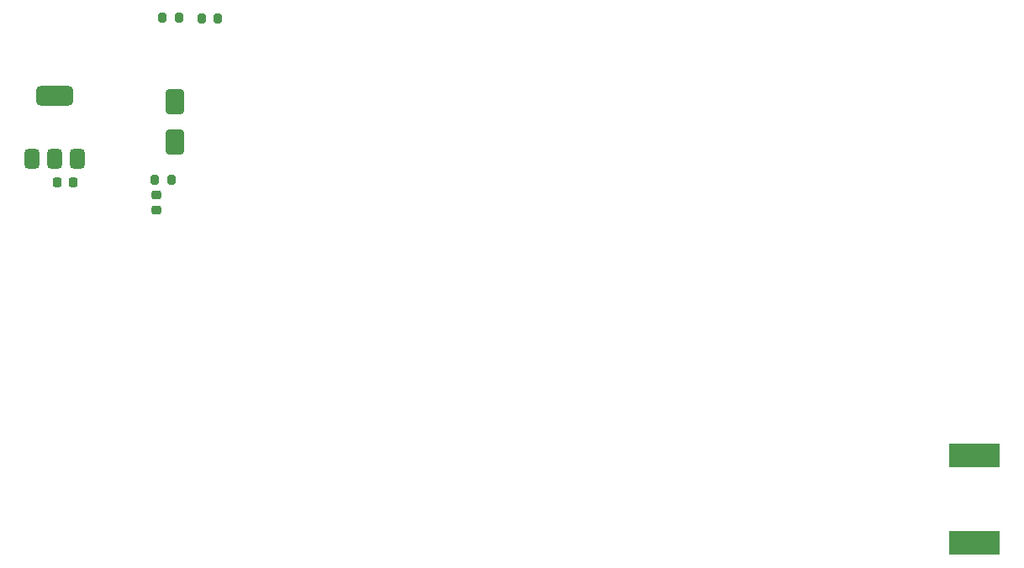
<source format=gbr>
%TF.GenerationSoftware,KiCad,Pcbnew,8.0.1*%
%TF.CreationDate,2024-11-10T18:35:02+01:00*%
%TF.ProjectId,Weather,57656174-6865-4722-9e6b-696361645f70,1.0*%
%TF.SameCoordinates,Original*%
%TF.FileFunction,Paste,Bot*%
%TF.FilePolarity,Positive*%
%FSLAX46Y46*%
G04 Gerber Fmt 4.6, Leading zero omitted, Abs format (unit mm)*
G04 Created by KiCad (PCBNEW 8.0.1) date 2024-11-10 18:35:02*
%MOMM*%
%LPD*%
G01*
G04 APERTURE LIST*
G04 Aperture macros list*
%AMRoundRect*
0 Rectangle with rounded corners*
0 $1 Rounding radius*
0 $2 $3 $4 $5 $6 $7 $8 $9 X,Y pos of 4 corners*
0 Add a 4 corners polygon primitive as box body*
4,1,4,$2,$3,$4,$5,$6,$7,$8,$9,$2,$3,0*
0 Add four circle primitives for the rounded corners*
1,1,$1+$1,$2,$3*
1,1,$1+$1,$4,$5*
1,1,$1+$1,$6,$7*
1,1,$1+$1,$8,$9*
0 Add four rect primitives between the rounded corners*
20,1,$1+$1,$2,$3,$4,$5,0*
20,1,$1+$1,$4,$5,$6,$7,0*
20,1,$1+$1,$6,$7,$8,$9,0*
20,1,$1+$1,$8,$9,$2,$3,0*%
G04 Aperture macros list end*
%ADD10R,5.080000X2.420000*%
%ADD11RoundRect,0.200000X-0.200000X-0.275000X0.200000X-0.275000X0.200000X0.275000X-0.200000X0.275000X0*%
%ADD12RoundRect,0.200000X0.200000X0.275000X-0.200000X0.275000X-0.200000X-0.275000X0.200000X-0.275000X0*%
%ADD13RoundRect,0.250000X-0.650000X1.000000X-0.650000X-1.000000X0.650000X-1.000000X0.650000X1.000000X0*%
%ADD14RoundRect,0.225000X0.225000X0.250000X-0.225000X0.250000X-0.225000X-0.250000X0.225000X-0.250000X0*%
%ADD15RoundRect,0.225000X-0.250000X0.225000X-0.250000X-0.225000X0.250000X-0.225000X0.250000X0.225000X0*%
%ADD16RoundRect,0.375000X0.375000X-0.625000X0.375000X0.625000X-0.375000X0.625000X-0.375000X-0.625000X0*%
%ADD17RoundRect,0.500000X1.400000X-0.500000X1.400000X0.500000X-1.400000X0.500000X-1.400000X-0.500000X0*%
G04 APERTURE END LIST*
D10*
%TO.C,J27*%
X143148400Y-118680000D03*
X143148400Y-109920000D03*
%TD*%
D11*
%TO.C,R39*%
X65354200Y-65887600D03*
X67004200Y-65887600D03*
%TD*%
%TO.C,R38*%
X61417200Y-65811400D03*
X63067200Y-65811400D03*
%TD*%
D12*
%TO.C,R30*%
X62305200Y-82143600D03*
X60655200Y-82143600D03*
%TD*%
D13*
%TO.C,D1*%
X62636400Y-74301600D03*
X62636400Y-78301600D03*
%TD*%
D14*
%TO.C,C29*%
X52387800Y-82397600D03*
X50837800Y-82397600D03*
%TD*%
D15*
%TO.C,C28*%
X60820600Y-83660000D03*
X60820600Y-85210000D03*
%TD*%
D16*
%TO.C,U12*%
X52846000Y-79985000D03*
X50546000Y-79985000D03*
D17*
X50546000Y-73685000D03*
D16*
X48246000Y-79985000D03*
%TD*%
M02*

</source>
